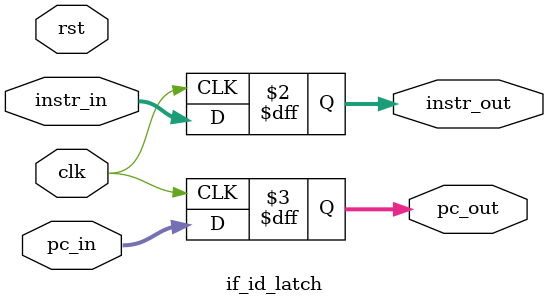
<source format=v>
module if_id_latch(
    input wire clk, rst,
    input wire [31:0] instr_in,
    input wire [31:0] pc_in,
    output reg [31:0] instr_out,
    output reg [31:0] pc_out
);
    always @(posedge clk) begin
        instr_out <= instr_in;
        pc_out <= pc_in;
    end
endmodule
</source>
